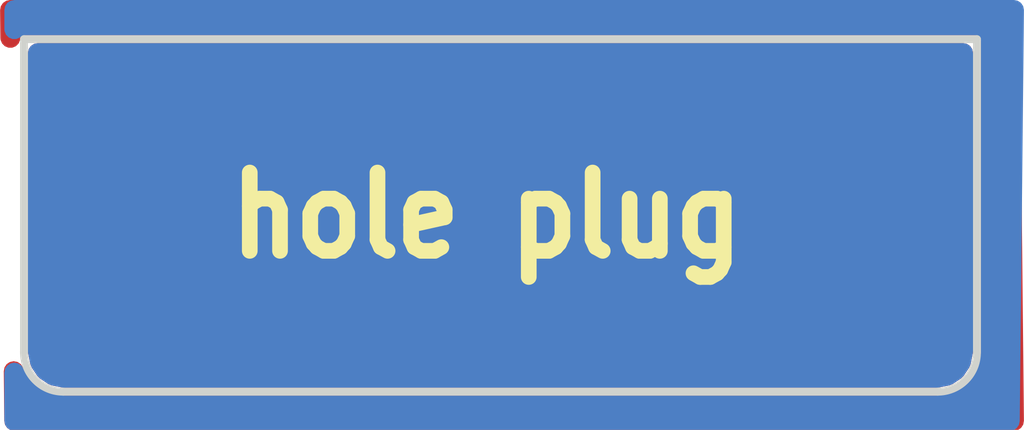
<source format=kicad_pcb>
(kicad_pcb (version 4) (host pcbnew "(2016-07-22 BZR 6991, Git 146a78a)-product")

  (general
    (links 0)
    (no_connects 0)
    (area 24.449999 92.549999 36.700001 97.150001)
    (thickness 1.6)
    (drawings 224)
    (tracks 1)
    (zones 0)
    (modules 0)
    (nets 1)
  )

  (page A4)
  (layers
    (0 F.Cu signal)
    (31 B.Cu signal)
    (32 B.Adhes user)
    (33 F.Adhes user)
    (34 B.Paste user)
    (35 F.Paste user)
    (36 B.SilkS user)
    (37 F.SilkS user)
    (38 B.Mask user)
    (39 F.Mask user)
    (40 Dwgs.User user hide)
    (41 Cmts.User user)
    (42 Eco1.User user)
    (43 Eco2.User user)
    (44 Edge.Cuts user)
    (45 Margin user)
    (46 B.CrtYd user)
    (47 F.CrtYd user)
    (48 B.Fab user)
    (49 F.Fab user)
  )

  (setup
    (last_trace_width 0.25)
    (trace_clearance 0.2)
    (zone_clearance 0)
    (zone_45_only yes)
    (trace_min 0.2)
    (segment_width 0.5)
    (edge_width 0.1)
    (via_size 0.8)
    (via_drill 0.4)
    (via_min_size 0.4)
    (via_min_drill 0.3)
    (uvia_size 0.3)
    (uvia_drill 0.1)
    (uvias_allowed no)
    (uvia_min_size 0.2)
    (uvia_min_drill 0.1)
    (pcb_text_width 0.3)
    (pcb_text_size 1.5 1.5)
    (mod_edge_width 0.15)
    (mod_text_size 1 1)
    (mod_text_width 0.15)
    (pad_size 0.8 0.8)
    (pad_drill 0.45)
    (pad_to_mask_clearance 0)
    (aux_axis_origin 24.25 92.1)
    (grid_origin 24.25 92.1)
    (visible_elements 7FFFFFFF)
    (pcbplotparams
      (layerselection 0x010f0_ffffffff)
      (usegerberextensions true)
      (excludeedgelayer true)
      (linewidth 0.150000)
      (plotframeref false)
      (viasonmask false)
      (mode 1)
      (useauxorigin true)
      (hpglpennumber 1)
      (hpglpenspeed 20)
      (hpglpendiameter 15)
      (psnegative false)
      (psa4output false)
      (plotreference false)
      (plotvalue false)
      (plotinvisibletext false)
      (padsonsilk false)
      (subtractmaskfromsilk true)
      (outputformat 1)
      (mirror false)
      (drillshape 0)
      (scaleselection 1)
      (outputdirectory Gerber/20160819_hole_plug_2/))
  )

  (net 0 "")

  (net_class Default "This is the default net class."
    (clearance 0.2)
    (trace_width 0.25)
    (via_dia 0.8)
    (via_drill 0.4)
    (uvia_dia 0.3)
    (uvia_drill 0.1)
  )

  (gr_text "hole plug" (at 30.4 94.85) (layer F.SilkS) (tstamp 57B64DBF)
    (effects (font (size 1 0.9) (thickness 0.2)))
  )
  (gr_line (start 36.65 92.6) (end 36.65 96.6) (layer Edge.Cuts) (width 0.1))
  (gr_line (start 24.5 92.6) (end 36.65 92.6) (layer Edge.Cuts) (width 0.1))
  (gr_line (start 24.5 96.6) (end 24.5 92.6) (layer Edge.Cuts) (width 0.1))
  (gr_line (start 36.15 97.1) (end 25 97.1) (layer Edge.Cuts) (width 0.1))
  (gr_arc (start 36.15 96.6) (end 36.65 96.6) (angle 90) (layer Edge.Cuts) (width 0.1) (tstamp 57B64CEB))
  (gr_arc (start 25 96.6) (end 25 97.1) (angle 90) (layer Edge.Cuts) (width 0.1) (tstamp 57B64CE2))
  (gr_line (start 30.861191 121.923439) (end 96.368446 121.923439) (layer Dwgs.User) (width 0.1))
  (gr_line (start 89.85 99.53) (end 90.25 99.93) (layer Dwgs.User) (width 0.2) (tstamp 57ABA1D5))
  (gr_line (start 90.25 99.53) (end 89.85 99.93) (layer Dwgs.User) (width 0.2) (tstamp 57ABA1E4))
  (gr_line (start 90.25 99.93) (end 90.25 99.53) (layer Dwgs.User) (width 0.2) (tstamp 57ABA1E1))
  (gr_line (start 90.25 99.53) (end 89.85 99.93) (layer Dwgs.User) (width 0.2) (tstamp 57ABA1DB))
  (gr_line (start 89.85 99.93) (end 89.85 99.53) (layer Dwgs.User) (width 0.2) (tstamp 57ABA1D8))
  (gr_line (start 89.85 99.53) (end 90.25 99.93) (layer Dwgs.User) (width 0.2) (tstamp 57ABA1DE))
  (gr_line (start 97.289077 123.308939) (end 97.289077 121.708939) (layer Dwgs.User) (width 0.1))
  (gr_line (start 48.0331 113.572642) (end 42.668781 113.572642) (layer Dwgs.User) (width 0.1))
  (gr_line (start 48.0331 121.236828) (end 48.0331 113.572642) (layer Dwgs.User) (width 0.1))
  (gr_line (start 42.668781 113.572642) (end 42.668781 121.236828) (layer Dwgs.User) (width 0.1))
  (gr_line (start 97.289077 121.708939) (end 29.202965 121.708939) (layer Dwgs.User) (width 0.1))
  (gr_line (start 69.913521 119.199078) (end 57.413521 119.199078) (layer Dwgs.User) (width 0.1))
  (gr_line (start 42.668781 121.236828) (end 48.0331 121.236828) (layer Dwgs.User) (width 0.1))
  (gr_line (start 29.202965 121.708939) (end 29.202965 123.308939) (layer Dwgs.User) (width 0.1))
  (gr_line (start 57.413521 119.199078) (end 57.413521 124.199078) (layer Dwgs.User) (width 0.1))
  (gr_line (start 69.913521 124.199078) (end 69.913521 119.199078) (layer Dwgs.User) (width 0.1))
  (gr_line (start 29.202965 123.308939) (end 97.289077 123.308939) (layer Dwgs.User) (width 0.1))
  (gr_line (start 57.413521 124.199078) (end 69.913521 124.199078) (layer Dwgs.User) (width 0.1))
  (gr_line (start 95.513035 97.299353) (end 95.575398 94.81731) (layer Dwgs.User) (width 0.1))
  (gr_line (start 99.080191 98.933259) (end 97.196832 98.858422) (layer Dwgs.User) (width 0.1))
  (gr_line (start 30.807102 95.442694) (end 29.643562 94.960739) (layer Dwgs.User) (width 0.1))
  (gr_line (start 28.123694 119.912146) (end 28.086277 121.758088) (layer Dwgs.User) (width 0.1))
  (gr_line (start 28.037135 124.122396) (end 28.519087 125.285936) (layer Dwgs.User) (width 0.1))
  (gr_line (start 96.149136 123.57909) (end 97.309086 122.506451) (layer Dwgs.User) (width 0.1))
  (gr_line (start 29.932219 121.770562) (end 29.894802 122.369246) (layer Dwgs.User) (width 0.1))
  (gr_line (start 95.625289 123.554142) (end 96.149136 123.57909) (layer Dwgs.User) (width 0.1))
  (gr_line (start 29.643562 98.251731) (end 30.807102 97.769778) (layer Dwgs.User) (width 0.1))
  (gr_line (start 96.151332 124.169465) (end 96.151332 124.169465) (layer Dwgs.User) (width 0.1))
  (gr_line (start 31.516237 123.529196) (end 31.603545 125.811677) (layer Dwgs.User) (width 0.1))
  (gr_line (start 29.98211 98.845953) (end 28.111223 98.858427) (layer Dwgs.User) (width 0.1))
  (gr_line (start 96.660508 110.345668) (end 96.7104 100.854035) (layer Dwgs.User) (width 0.1))
  (gr_line (start 30.846168 122.958856) (end 29.682629 122.476901) (layer Dwgs.User) (width 0.1))
  (gr_line (start 96.660508 119.912135) (end 96.660508 110.345668) (layer Dwgs.User) (width 0.1))
  (gr_line (start 31.289056 96.606234) (end 30.807102 95.442694) (layer Dwgs.User) (width 0.1))
  (gr_line (start 28.480022 97.769778) (end 29.643562 98.251731) (layer Dwgs.User) (width 0.1))
  (gr_line (start 28.519087 122.958856) (end 28.037135 124.122396) (layer Dwgs.User) (width 0.1))
  (gr_line (start 29.682629 122.476901) (end 28.519087 122.958856) (layer Dwgs.User) (width 0.1))
  (gr_line (start 97.796826 122.52397) (end 96.633284 123.005925) (layer Dwgs.User) (width 0.1))
  (gr_line (start 31.603545 125.811677) (end 95.550452 125.824151) (layer Dwgs.User) (width 0.1))
  (gr_line (start 31.328123 124.122396) (end 30.846168 122.958856) (layer Dwgs.User) (width 0.1))
  (gr_line (start 96.7104 100.854035) (end 99.055243 100.766727) (layer Dwgs.User) (width 0.1))
  (gr_line (start 28.480022 95.442694) (end 27.998068 96.606234) (layer Dwgs.User) (width 0.1))
  (gr_line (start 99.155025 119.949552) (end 96.660508 119.912135) (layer Dwgs.User) (width 0.1))
  (gr_line (start 99.22986 121.770548) (end 99.155025 119.949552) (layer Dwgs.User) (width 0.1))
  (gr_line (start 27.998068 96.606234) (end 28.480022 97.769778) (layer Dwgs.User) (width 0.1))
  (gr_line (start 98.960365 123.005925) (end 97.796826 122.52397) (layer Dwgs.User) (width 0.1))
  (gr_line (start 70.608536 119.540521) (end 70.608536 115.480749) (layer Dwgs.User) (width 0.1))
  (gr_line (start 29.643562 94.960739) (end 28.480022 95.442694) (layer Dwgs.User) (width 0.1))
  (gr_line (start 29.894802 122.369246) (end 30.95497 123.579085) (layer Dwgs.User) (width 0.1))
  (gr_line (start 31.34162 97.199573) (end 29.98211 98.584028) (layer Dwgs.User) (width 0.1))
  (gr_line (start 97.246723 98.234792) (end 96.236444 97.286879) (layer Dwgs.User) (width 0.1))
  (gr_line (start 95.575398 94.81731) (end 31.62849 94.829781) (layer Dwgs.User) (width 0.1))
  (gr_line (start 30.807102 97.769778) (end 31.289056 96.606234) (layer Dwgs.User) (width 0.1))
  (gr_line (start 97.408863 121.832911) (end 99.22986 121.770548) (layer Dwgs.User) (width 0.1))
  (gr_line (start 28.111223 98.858427) (end 28.086274 100.754261) (layer Dwgs.User) (width 0.1))
  (gr_line (start 27.998068 96.606234) (end 27.998068 96.606234) (layer Dwgs.User) (width 0.1))
  (gr_line (start 29.682629 125.76789) (end 30.846168 125.285936) (layer Dwgs.User) (width 0.1))
  (gr_line (start 30.95497 123.579085) (end 31.516237 123.529196) (layer Dwgs.User) (width 0.1))
  (gr_line (start 96.236444 97.286879) (end 95.513035 97.299353) (layer Dwgs.User) (width 0.1))
  (gr_line (start 56.543957 119.540521) (end 70.608536 119.540521) (layer Dwgs.User) (width 0.1))
  (gr_line (start 28.086277 121.758088) (end 29.932219 121.770562) (layer Dwgs.User) (width 0.1))
  (gr_line (start 28.086274 100.754261) (end 30.555846 100.779209) (layer Dwgs.User) (width 0.1))
  (gr_line (start 30.846168 125.285936) (end 31.328123 124.122396) (layer Dwgs.User) (width 0.1))
  (gr_line (start 28.519087 125.285936) (end 29.682629 125.76789) (layer Dwgs.User) (width 0.1))
  (gr_line (start 96.633284 123.005925) (end 96.151332 124.169465) (layer Dwgs.User) (width 0.1))
  (gr_line (start 99.055243 100.766727) (end 99.080191 98.933259) (layer Dwgs.User) (width 0.1))
  (gr_line (start 56.543957 115.480749) (end 56.543957 119.540521) (layer Dwgs.User) (width 0.1))
  (gr_line (start 28.037135 124.122396) (end 28.037135 124.122396) (layer Dwgs.User) (width 0.1))
  (gr_line (start 70.608536 115.480749) (end 56.543957 115.480749) (layer Dwgs.User) (width 0.1))
  (gr_line (start 70.396626 119.272938) (end 70.396626 115.83049) (layer Dwgs.User) (width 0.1))
  (gr_line (start 56.751611 115.83049) (end 56.751611 119.272938) (layer Dwgs.User) (width 0.1))
  (gr_line (start 30.555846 100.779209) (end 30.580794 119.862255) (layer Dwgs.User) (width 0.1))
  (gr_line (start 56.751611 119.272938) (end 70.396626 119.272938) (layer Dwgs.User) (width 0.1))
  (gr_line (start 70.396626 115.83049) (end 56.751611 115.83049) (layer Dwgs.User) (width 0.1))
  (gr_line (start 97.309086 122.506451) (end 97.408863 121.832911) (layer Dwgs.User) (width 0.1))
  (gr_line (start 97.196832 98.858422) (end 97.246723 98.234792) (layer Dwgs.User) (width 0.1))
  (gr_line (start 29.98211 98.584028) (end 29.98211 98.845953) (layer Dwgs.User) (width 0.1))
  (gr_line (start 95.550452 125.824151) (end 95.625289 123.554142) (layer Dwgs.User) (width 0.1))
  (gr_line (start 30.580794 119.862255) (end 28.123694 119.912146) (layer Dwgs.User) (width 0.1))
  (gr_line (start 99.44232 124.169465) (end 98.960365 123.005925) (layer Dwgs.User) (width 0.1))
  (gr_line (start 98.960365 125.333005) (end 99.44232 124.169465) (layer Dwgs.User) (width 0.1))
  (gr_line (start 97.796826 125.814959) (end 98.960365 125.333005) (layer Dwgs.User) (width 0.1))
  (gr_line (start 101.610071 127.868714) (end 101.610071 92.868713) (layer Dwgs.User) (width 0.1))
  (gr_line (start 25.610068 92.868713) (end 25.610068 127.868714) (layer Dwgs.User) (width 0.1))
  (gr_line (start 70.271898 119.28539) (end 56.851404 119.28539) (layer Dwgs.User) (width 0.1))
  (gr_line (start 69.648749 123.919269) (end 69.648749 119.400409) (layer Dwgs.User) (width 0.1))
  (gr_line (start 69.648749 119.400409) (end 57.662449 119.400409) (layer Dwgs.User) (width 0.1))
  (gr_line (start 57.662449 119.400409) (end 57.662449 123.919269) (layer Dwgs.User) (width 0.1))
  (gr_line (start 42.825261 121.244304) (end 47.826765 121.244304) (layer Dwgs.User) (width 0.1))
  (gr_line (start 47.908206 113.805182) (end 42.906702 113.805182) (layer Dwgs.User) (width 0.1))
  (gr_line (start 57.662449 123.919269) (end 69.648749 123.919269) (layer Dwgs.User) (width 0.1))
  (gr_line (start 97.756908 98.2755) (end 98.920445 97.793544) (layer Dwgs.User) (width 0.1))
  (gr_line (start 96.593365 97.793544) (end 97.756908 98.2755) (layer Dwgs.User) (width 0.1))
  (gr_line (start 56.851404 121.256057) (end 70.271898 121.256057) (layer Dwgs.User) (width 0.1))
  (gr_line (start 47.908206 121.226366) (end 47.908206 113.805182) (layer Dwgs.User) (width 0.1))
  (gr_line (start 96.593365 95.466459) (end 96.111414 96.63) (layer Dwgs.User) (width 0.1))
  (gr_line (start 98.920445 95.466459) (end 97.756908 94.984505) (layer Dwgs.User) (width 0.1))
  (gr_line (start 70.271898 121.256057) (end 70.271898 119.28539) (layer Dwgs.User) (width 0.1))
  (gr_line (start 42.825261 113.82312) (end 42.825261 121.244304) (layer Dwgs.User) (width 0.1))
  (gr_line (start 96.151332 124.169465) (end 96.633284 125.333005) (layer Dwgs.User) (width 0.1))
  (gr_line (start 47.826765 121.244304) (end 47.826765 113.82312) (layer Dwgs.User) (width 0.1))
  (gr_line (start 47.826765 113.82312) (end 42.825261 113.82312) (layer Dwgs.User) (width 0.1))
  (gr_line (start 42.906702 121.226366) (end 47.908206 121.226366) (layer Dwgs.User) (width 0.1))
  (gr_line (start 96.633284 125.333005) (end 97.796826 125.814959) (layer Dwgs.User) (width 0.1))
  (gr_line (start 96.111414 96.63) (end 96.111414 96.63) (layer Dwgs.User) (width 0.1))
  (gr_line (start 97.756908 94.984505) (end 96.593365 95.466459) (layer Dwgs.User) (width 0.1))
  (gr_line (start 99.402402 96.63) (end 98.920445 95.466459) (layer Dwgs.User) (width 0.1))
  (gr_line (start 56.851404 119.28539) (end 56.851404 121.256057) (layer Dwgs.User) (width 0.1))
  (gr_line (start 42.906702 113.805182) (end 42.906702 121.226366) (layer Dwgs.User) (width 0.1))
  (gr_line (start 25.610068 127.868714) (end 101.610071 127.868714) (layer Dwgs.User) (width 0.1))
  (gr_line (start 101.610071 92.868713) (end 25.610068 92.868713) (layer Dwgs.User) (width 0.1))
  (gr_line (start 98.920445 97.793544) (end 99.402402 96.63) (layer Dwgs.User) (width 0.1))
  (gr_line (start 96.111414 96.63) (end 96.593365 97.793544) (layer Dwgs.User) (width 0.1))
  (dimension 69.540006 (width 0.3) (layer Dwgs.User)
    (gr_text "69.540 mm" (at 63.563149 138.094064 0.02471776357) (layer Dwgs.User)
      (effects (font (size 1.5 1.5) (thickness 0.3)))
    )
    (feature1 (pts (xy 98.325738 120.9) (xy 98.333732 139.429064)))
    (feature2 (pts (xy 28.785738 120.93) (xy 28.793732 139.459064)))
    (crossbar (pts (xy 28.792567 136.759064) (xy 98.332567 136.729064)))
    (arrow1a (pts (xy 98.332567 136.729064) (xy 97.206316 137.315971)))
    (arrow1b (pts (xy 98.332567 136.729064) (xy 97.20581 136.143129)))
    (arrow2a (pts (xy 28.792567 136.759064) (xy 29.919324 137.344999)))
    (arrow2b (pts (xy 28.792567 136.759064) (xy 29.918818 136.172157)))
  )
  (gr_line (start 90.25 113.53) (end 89.85 113.93) (layer Dwgs.User) (width 0.2) (tstamp 57ABA1E6))
  (gr_line (start 77.25 113.53) (end 76.85 113.93) (layer Dwgs.User) (width 0.2) (tstamp 57ABA1E5))
  (gr_line (start 90.25 113.93) (end 90.25 113.53) (layer Dwgs.User) (width 0.2) (tstamp 57ABA1E3))
  (gr_line (start 77.25 113.93) (end 77.25 113.53) (layer Dwgs.User) (width 0.2) (tstamp 57ABA1E2))
  (gr_line (start 89.85 113.53) (end 90.25 113.93) (layer Dwgs.User) (width 0.2) (tstamp 57ABA1E0))
  (gr_line (start 76.85 113.53) (end 77.25 113.93) (layer Dwgs.User) (width 0.2) (tstamp 57ABA1DF))
  (gr_line (start 90.25 113.53) (end 89.85 113.93) (layer Dwgs.User) (width 0.2) (tstamp 57ABA1DD))
  (gr_line (start 77.25 113.53) (end 76.85 113.93) (layer Dwgs.User) (width 0.2) (tstamp 57ABA1DC))
  (gr_line (start 89.85 113.93) (end 89.85 113.53) (layer Dwgs.User) (width 0.2) (tstamp 57ABA1DA))
  (gr_line (start 76.85 113.93) (end 76.85 113.53) (layer Dwgs.User) (width 0.2) (tstamp 57ABA1D9))
  (gr_line (start 89.85 113.53) (end 90.25 113.93) (layer Dwgs.User) (width 0.2) (tstamp 57ABA1D7))
  (gr_line (start 76.85 113.53) (end 77.25 113.93) (layer Dwgs.User) (width 0.2) (tstamp 57ABA1D6))
  (gr_line (start 76.85 99.53) (end 77.25 99.93) (layer Dwgs.User) (width 0.2) (tstamp 57ABA1AB))
  (gr_line (start 77.25 99.53) (end 76.85 99.93) (layer Dwgs.User) (width 0.2) (tstamp 57ABA1AA))
  (gr_line (start 77.25 99.93) (end 77.25 99.53) (layer Dwgs.User) (width 0.2) (tstamp 57ABA1A9))
  (gr_line (start 63.25 113.53) (end 62.85 113.93) (layer Dwgs.User) (width 0.2) (tstamp 57AB9F4E))
  (gr_line (start 50.25 113.53) (end 49.85 113.93) (layer Dwgs.User) (width 0.2) (tstamp 57AB9F4D))
  (gr_line (start 37.25 113.53) (end 36.85 113.93) (layer Dwgs.User) (width 0.2) (tstamp 57AB9F4C))
  (gr_line (start 63.25 113.93) (end 63.25 113.53) (layer Dwgs.User) (width 0.2) (tstamp 57AB9F49))
  (gr_line (start 50.25 113.93) (end 50.25 113.53) (layer Dwgs.User) (width 0.2) (tstamp 57AB9F48))
  (gr_line (start 37.25 113.93) (end 37.25 113.53) (layer Dwgs.User) (width 0.2) (tstamp 57AB9F47))
  (gr_line (start 62.85 113.53) (end 63.25 113.93) (layer Dwgs.User) (width 0.2) (tstamp 57AB9F44))
  (gr_line (start 49.85 113.53) (end 50.25 113.93) (layer Dwgs.User) (width 0.2) (tstamp 57AB9F43))
  (gr_line (start 36.85 113.53) (end 37.25 113.93) (layer Dwgs.User) (width 0.2) (tstamp 57AB9F42))
  (gr_line (start 76.85 99.53) (end 77.25 99.93) (layer Dwgs.User) (width 0.2))
  (gr_line (start 76.85 99.93) (end 76.85 99.53) (layer Dwgs.User) (width 0.2))
  (gr_line (start 77.25 99.53) (end 76.85 99.93) (layer Dwgs.User) (width 0.2))
  (gr_line (start 27.791242 124.238726) (end 28.273197 123.075186) (layer Dwgs.User) (width 0.1))
  (gr_line (start 29.476654 95.053766) (end 30.640197 95.53572) (layer Dwgs.User) (width 0.1))
  (gr_line (start 29.476654 98.344761) (end 28.313117 97.862805) (layer Dwgs.User) (width 0.1))
  (gr_line (start 31.122148 96.699261) (end 30.640197 97.862805) (layer Dwgs.User) (width 0.1))
  (gr_line (start 101.623494 92.937974) (end 101.623494 127.937975) (layer Dwgs.User) (width 0.1))
  (gr_line (start 27.83116 96.699261) (end 28.313117 95.53572) (layer Dwgs.User) (width 0.1))
  (gr_line (start 30.600278 123.075186) (end 31.08223 124.238726) (layer Dwgs.User) (width 0.1))
  (gr_line (start 31.08223 124.238726) (end 31.08223 124.238726) (layer Dwgs.User) (width 0.1))
  (gr_line (start 28.273197 125.402266) (end 27.791242 124.238726) (layer Dwgs.User) (width 0.1))
  (gr_line (start 25.623491 127.937975) (end 25.623491 92.937974) (layer Dwgs.User) (width 0.1))
  (gr_line (start 101.623494 127.937975) (end 25.623491 127.937975) (layer Dwgs.User) (width 0.1))
  (gr_line (start 99.196427 124.191657) (end 98.714475 125.355197) (layer Dwgs.User) (width 0.1))
  (gr_line (start 30.600278 125.402266) (end 29.436736 125.88422) (layer Dwgs.User) (width 0.1))
  (gr_line (start 30.640197 97.862805) (end 29.476654 98.344761) (layer Dwgs.User) (width 0.1))
  (gr_line (start 95.905439 124.191657) (end 96.387394 123.028117) (layer Dwgs.User) (width 0.1))
  (gr_line (start 29.436736 122.593231) (end 30.600278 123.075186) (layer Dwgs.User) (width 0.1))
  (gr_line (start 31.08223 124.238726) (end 30.600278 125.402266) (layer Dwgs.User) (width 0.1))
  (gr_line (start 31.122148 96.699261) (end 31.122148 96.699261) (layer Dwgs.User) (width 0.1))
  (gr_line (start 30.640197 95.53572) (end 31.122148 96.699261) (layer Dwgs.User) (width 0.1))
  (gr_line (start 28.313117 95.53572) (end 29.476654 95.053766) (layer Dwgs.User) (width 0.1))
  (gr_line (start 28.313117 97.862805) (end 27.83116 96.699261) (layer Dwgs.User) (width 0.1))
  (gr_line (start 25.623491 92.937974) (end 101.623494 92.937974) (layer Dwgs.User) (width 0.1))
  (gr_line (start 96.387394 125.355197) (end 95.905439 124.191657) (layer Dwgs.User) (width 0.1))
  (gr_line (start 29.436736 125.88422) (end 28.273197 125.402266) (layer Dwgs.User) (width 0.1))
  (gr_line (start 97.550933 125.837151) (end 96.387394 125.355197) (layer Dwgs.User) (width 0.1))
  (gr_line (start 28.273197 123.075186) (end 29.436736 122.593231) (layer Dwgs.User) (width 0.1))
  (gr_line (start 98.714475 125.355197) (end 97.550933 125.837151) (layer Dwgs.User) (width 0.1))
  (gr_line (start 96.278592 123.648346) (end 95.717325 123.598457) (layer Dwgs.User) (width 0.1))
  (gr_line (start 97.301343 121.839823) (end 97.33876 122.438507) (layer Dwgs.User) (width 0.1))
  (gr_line (start 30.573054 119.981396) (end 30.573054 110.414929) (layer Dwgs.User) (width 0.1))
  (gr_line (start 29.824699 121.902172) (end 28.003702 121.839809) (layer Dwgs.User) (width 0.1))
  (gr_line (start 98.75354 97.839039) (end 97.59 98.320992) (layer Dwgs.User) (width 0.1))
  (gr_line (start 96.42646 97.839039) (end 95.944506 96.675495) (layer Dwgs.User) (width 0.1))
  (gr_line (start 97.59 98.320992) (end 96.42646 97.839039) (layer Dwgs.User) (width 0.1))
  (gr_line (start 99.235494 96.675495) (end 99.235494 96.675495) (layer Dwgs.User) (width 0.1))
  (gr_line (start 96.677716 100.84847) (end 96.652768 119.931516) (layer Dwgs.User) (width 0.1))
  (gr_line (start 95.617546 96.957018) (end 95.891942 97.268834) (layer Dwgs.User) (width 0.1))
  (gr_line (start 97.251452 98.653289) (end 97.251452 98.915214) (layer Dwgs.User) (width 0.1))
  (gr_line (start 95.605072 94.899042) (end 95.617546 96.957018) (layer Dwgs.User) (width 0.1))
  (gr_line (start 31.608273 123.623403) (end 31.084426 123.648351) (layer Dwgs.User) (width 0.1))
  (gr_line (start 99.147288 100.823522) (end 96.677716 100.84847) (layer Dwgs.User) (width 0.1))
  (gr_line (start 95.891942 97.268834) (end 97.251452 98.653289) (layer Dwgs.User) (width 0.1))
  (gr_line (start 98.75354 95.511955) (end 99.235494 96.675495) (layer Dwgs.User) (width 0.1))
  (gr_line (start 95.630017 125.880938) (end 31.68311 125.893412) (layer Dwgs.User) (width 0.1))
  (gr_line (start 97.33876 122.438507) (end 96.278592 123.648346) (layer Dwgs.User) (width 0.1))
  (gr_line (start 99.109868 119.981407) (end 99.147285 121.827349) (layer Dwgs.User) (width 0.1))
  (gr_line (start 96.42646 95.511955) (end 97.59 95.03) (layer Dwgs.User) (width 0.1))
  (gr_line (start 31.658164 94.886571) (end 95.605072 94.899042) (layer Dwgs.User) (width 0.1))
  (gr_line (start 97.251452 98.915214) (end 99.122339 98.927688) (layer Dwgs.User) (width 0.1))
  (gr_line (start 99.196427 124.191657) (end 99.196427 124.191657) (layer Dwgs.User) (width 0.1))
  (gr_line (start 97.550933 122.546162) (end 98.714475 123.028117) (layer Dwgs.User) (width 0.1))
  (gr_line (start 30.03673 98.927683) (end 29.986839 98.304053) (layer Dwgs.User) (width 0.1))
  (gr_line (start 28.153371 99.00252) (end 30.03673 98.927683) (layer Dwgs.User) (width 0.1))
  (gr_line (start 30.861191 123.523439) (end 30.861191 121.923439) (layer Dwgs.User) (width 0.1))
  (gr_line (start 98.714475 123.028117) (end 99.196427 124.191657) (layer Dwgs.User) (width 0.1))
  (gr_line (start 96.368446 123.523439) (end 30.861191 123.523439) (layer Dwgs.User) (width 0.1))
  (gr_line (start 96.368446 121.923439) (end 96.368446 123.523439) (layer Dwgs.User) (width 0.1))
  (gr_line (start 30.997118 97.35614) (end 31.720527 97.368614) (layer Dwgs.User) (width 0.1))
  (gr_line (start 99.147285 121.827349) (end 97.301343 121.839823) (layer Dwgs.User) (width 0.1))
  (gr_line (start 95.944506 96.675495) (end 96.42646 95.511955) (layer Dwgs.User) (width 0.1))
  (gr_line (start 96.387394 123.028117) (end 97.550933 122.546162) (layer Dwgs.User) (width 0.1))
  (gr_line (start 28.078537 120.018813) (end 30.573054 119.981396) (layer Dwgs.User) (width 0.1))
  (gr_line (start 96.652768 119.931516) (end 99.109868 119.981407) (layer Dwgs.User) (width 0.1))
  (gr_line (start 29.986839 98.304053) (end 30.997118 97.35614) (layer Dwgs.User) (width 0.1))
  (gr_line (start 29.924476 122.575712) (end 29.824699 121.902172) (layer Dwgs.User) (width 0.1))
  (gr_line (start 28.178319 100.835988) (end 28.153371 99.00252) (layer Dwgs.User) (width 0.1))
  (gr_line (start 28.003702 121.839809) (end 28.078537 120.018813) (layer Dwgs.User) (width 0.1))
  (gr_line (start 99.235494 96.675495) (end 98.75354 97.839039) (layer Dwgs.User) (width 0.1))
  (gr_line (start 99.122339 98.927688) (end 99.147288 100.823522) (layer Dwgs.User) (width 0.1))
  (gr_line (start 30.523162 100.923296) (end 28.178319 100.835988) (layer Dwgs.User) (width 0.1))
  (gr_line (start 31.084426 123.648351) (end 29.924476 122.575712) (layer Dwgs.User) (width 0.1))
  (gr_line (start 31.68311 125.893412) (end 31.608273 123.623403) (layer Dwgs.User) (width 0.1))
  (gr_line (start 95.717325 123.598457) (end 95.630017 125.880938) (layer Dwgs.User) (width 0.1))
  (gr_line (start 30.573054 110.414929) (end 30.523162 100.923296) (layer Dwgs.User) (width 0.1))
  (gr_line (start 97.59 95.03) (end 98.75354 95.511955) (layer Dwgs.User) (width 0.1))

  (segment (start 70.25 115.45) (end 56.95 115.45) (width 0.25) (layer Dwgs.User) (net 0))

  (zone (net 0) (net_name "") (layer F.Mask) (tstamp 57B64D35) (hatch edge 0.508)
    (connect_pads yes (clearance 0))
    (min_thickness 0.254)
    (fill yes (arc_segments 16) (thermal_gap 0.508) (thermal_bridge_width 0.508))
    (polygon
      (pts
        (xy 35.6 93.95) (xy 36.7 93.95) (xy 36.7 96.15) (xy 35.5 96.15) (xy 35.5 93.95)
      )
    )
    (filled_polygon
      (pts
        (xy 36.573 96.023) (xy 35.627 96.023) (xy 35.627 94.077) (xy 36.573 94.077)
      )
    )
  )
  (zone (net 0) (net_name "") (layer F.Mask) (tstamp 57B64D42) (hatch edge 0.508)
    (connect_pads yes (clearance 0))
    (min_thickness 0.254)
    (fill yes (arc_segments 16) (thermal_gap 0.508) (thermal_bridge_width 0.508))
    (polygon
      (pts
        (xy 24.55 93.95) (xy 25.65 93.95) (xy 25.65 96.15) (xy 24.45 96.15) (xy 24.45 93.95)
      )
    )
    (filled_polygon
      (pts
        (xy 25.523 96.023) (xy 24.577 96.023) (xy 24.577 94.077) (xy 25.523 94.077)
      )
    )
  )
  (zone (net 0) (net_name "") (layer F.Cu) (tstamp 57B64E0F) (hatch edge 0.508)
    (connect_pads yes (clearance 0))
    (min_thickness 0.254)
    (fill yes (arc_segments 16) (thermal_gap 0.508) (thermal_bridge_width 0.508))
    (polygon
      (pts
        (xy 24.25 97.6) (xy 37.25 97.6) (xy 37.194207 92.1) (xy 24.194207 92.1)
      )
    )
    (filled_polygon
      (pts
        (xy 37.121706 97.473) (xy 24.375718 97.473) (xy 24.369271 96.837487) (xy 24.39089 96.889679) (xy 24.499275 97.051888)
        (xy 24.54811 97.100723) (xy 24.710321 97.20911) (xy 24.710322 97.209111) (xy 24.747698 97.224592) (xy 24.774126 97.235539)
        (xy 24.774127 97.235539) (xy 24.96547 97.273599) (xy 24.982902 97.273599) (xy 25 97.277) (xy 36.15 97.277)
        (xy 36.167098 97.273599) (xy 36.184531 97.273599) (xy 36.375873 97.235539) (xy 36.375874 97.235539) (xy 36.439679 97.20911)
        (xy 36.60189 97.100723) (xy 36.650725 97.051888) (xy 36.75911 96.889679) (xy 36.759111 96.889678) (xy 36.785539 96.825873)
        (xy 36.823599 96.63453) (xy 36.823599 96.617098) (xy 36.827 96.6) (xy 36.827 92.6) (xy 36.813527 92.532265)
        (xy 36.775158 92.474842) (xy 36.717735 92.436473) (xy 36.65 92.423) (xy 24.5 92.423) (xy 24.432265 92.436473)
        (xy 24.374842 92.474842) (xy 24.336473 92.532265) (xy 24.326125 92.584287) (xy 24.322501 92.227) (xy 37.068489 92.227)
      )
    )
    (filled_polygon
      (pts
        (xy 36.473 96.582567) (xy 36.44521 96.722278) (xy 36.375943 96.825943) (xy 36.272278 96.89521) (xy 36.132567 96.923)
        (xy 25.017433 96.923) (xy 24.877722 96.89521) (xy 24.774057 96.825943) (xy 24.70479 96.722278) (xy 24.677 96.582567)
        (xy 24.677 92.777) (xy 36.473 92.777)
      )
    )
  )
  (zone (net 0) (net_name "") (layer B.Cu) (tstamp 57B64E1D) (hatch edge 0.508)
    (connect_pads yes (clearance 0))
    (min_thickness 0.254)
    (fill yes (arc_segments 16) (thermal_gap 0.508) (thermal_bridge_width 0.508))
    (polygon
      (pts
        (xy 24.25 92.1) (xy 37.25 92.1) (xy 37.194207 97.6) (xy 24.25 97.6)
      )
    )
    (filled_polygon
      (pts
        (xy 37.068489 97.473) (xy 24.377 97.473) (xy 24.377 96.856146) (xy 24.39089 96.889679) (xy 24.499275 97.051888)
        (xy 24.54811 97.100723) (xy 24.710321 97.20911) (xy 24.710322 97.209111) (xy 24.747698 97.224592) (xy 24.774126 97.235539)
        (xy 24.774127 97.235539) (xy 24.96547 97.273599) (xy 24.982902 97.273599) (xy 25 97.277) (xy 36.15 97.277)
        (xy 36.167098 97.273599) (xy 36.184531 97.273599) (xy 36.375873 97.235539) (xy 36.375874 97.235539) (xy 36.439679 97.20911)
        (xy 36.60189 97.100723) (xy 36.650725 97.051888) (xy 36.75911 96.889679) (xy 36.759111 96.889678) (xy 36.785539 96.825873)
        (xy 36.823599 96.63453) (xy 36.823599 96.617098) (xy 36.827 96.6) (xy 36.827 92.6) (xy 36.813527 92.532265)
        (xy 36.775158 92.474842) (xy 36.717735 92.436473) (xy 36.65 92.423) (xy 24.5 92.423) (xy 24.432265 92.436473)
        (xy 24.377 92.4734) (xy 24.377 92.227) (xy 37.121706 92.227)
      )
    )
    (filled_polygon
      (pts
        (xy 36.473 96.582567) (xy 36.44521 96.722278) (xy 36.375943 96.825943) (xy 36.272278 96.89521) (xy 36.132567 96.923)
        (xy 25.017433 96.923) (xy 24.877722 96.89521) (xy 24.774057 96.825943) (xy 24.70479 96.722278) (xy 24.677 96.582567)
        (xy 24.677 92.777) (xy 36.473 92.777)
      )
    )
  )
)

</source>
